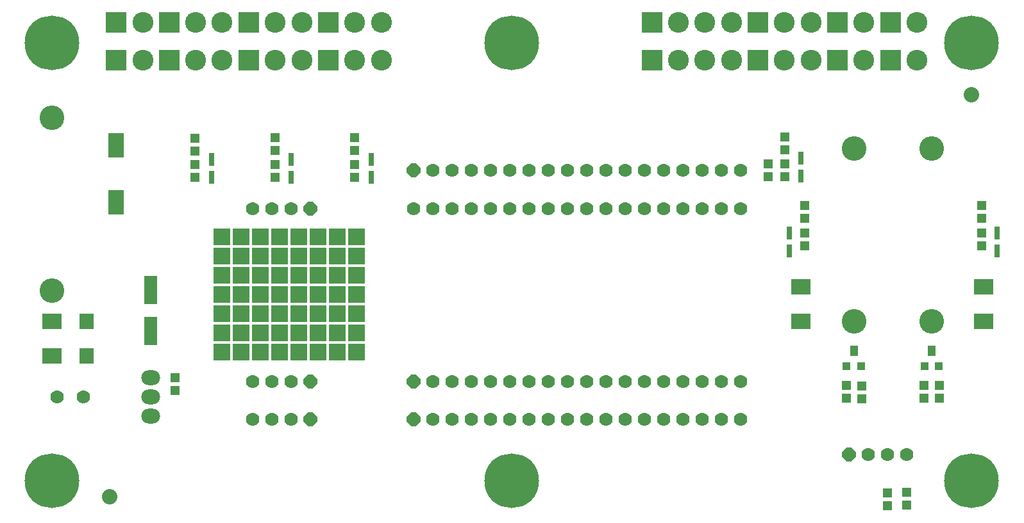
<source format=gts>
G04*
G04 #@! TF.GenerationSoftware,Altium Limited,Altium Designer,18.1.7 (191)*
G04*
G04 Layer_Color=8388736*
%FSLAX23Y23*%
%MOIN*%
G70*
G01*
G75*
%ADD18R,0.030X0.065*%
%ADD19R,0.047X0.051*%
%ADD20R,0.099X0.083*%
%ADD21R,0.074X0.083*%
%ADD22R,0.044X0.058*%
%ADD23R,0.044X0.044*%
%ADD24C,0.080*%
%ADD25R,0.079X0.126*%
%ADD26R,0.071X0.146*%
%ADD27R,0.088X0.088*%
%ADD28P,0.076X8X202.5*%
%ADD29C,0.070*%
%ADD30C,0.128*%
%ADD31C,0.108*%
%ADD32R,0.108X0.108*%
%ADD33C,0.284*%
%ADD34O,0.098X0.078*%
D18*
X24885Y6130D02*
D03*
Y6223D02*
D03*
X24470Y6130D02*
D03*
Y6223D02*
D03*
X27120Y6135D02*
D03*
Y6228D02*
D03*
X27060Y5840D02*
D03*
Y5747D02*
D03*
X28140Y5840D02*
D03*
Y5747D02*
D03*
X24055Y6223D02*
D03*
Y6130D02*
D03*
D19*
X24800Y6268D02*
D03*
Y6335D02*
D03*
X24385Y6268D02*
D03*
Y6335D02*
D03*
X27035Y6273D02*
D03*
Y6340D02*
D03*
X23865Y5085D02*
D03*
Y5018D02*
D03*
X27840Y4978D02*
D03*
Y5045D02*
D03*
X27435Y4977D02*
D03*
Y5043D02*
D03*
X28060Y5840D02*
D03*
Y5773D02*
D03*
X27140Y5982D02*
D03*
Y5915D02*
D03*
X27355Y5047D02*
D03*
Y4980D02*
D03*
X28060Y5982D02*
D03*
Y5915D02*
D03*
X27760Y5045D02*
D03*
Y4978D02*
D03*
X27570Y4487D02*
D03*
Y4420D02*
D03*
X27670Y4488D02*
D03*
Y4422D02*
D03*
X27140Y5840D02*
D03*
Y5773D02*
D03*
X26950Y6133D02*
D03*
Y6200D02*
D03*
X23970Y6333D02*
D03*
Y6267D02*
D03*
X24800Y6128D02*
D03*
Y6195D02*
D03*
X24385Y6128D02*
D03*
Y6195D02*
D03*
X23970Y6128D02*
D03*
Y6195D02*
D03*
X27035Y6133D02*
D03*
Y6200D02*
D03*
D20*
X23225Y5380D02*
D03*
Y5199D02*
D03*
X28070Y5561D02*
D03*
Y5380D02*
D03*
X27120Y5561D02*
D03*
Y5380D02*
D03*
D21*
X23405D02*
D03*
Y5199D02*
D03*
D22*
X27800Y5225D02*
D03*
X27395D02*
D03*
D23*
X27837Y5145D02*
D03*
X27762D02*
D03*
X27357D02*
D03*
X27432D02*
D03*
D24*
X23525Y4465D02*
D03*
X28005Y6560D02*
D03*
D25*
X23560Y6295D02*
D03*
Y6000D02*
D03*
D26*
X23740Y5330D02*
D03*
Y5543D02*
D03*
D27*
X24110Y5821D02*
D03*
X24210D02*
D03*
X24310D02*
D03*
X24410D02*
D03*
Y5721D02*
D03*
X24310D02*
D03*
X24210D02*
D03*
X24110D02*
D03*
X24410Y5621D02*
D03*
X24310D02*
D03*
X24210D02*
D03*
X24110D02*
D03*
X24410Y5521D02*
D03*
X24310D02*
D03*
X24210D02*
D03*
X24110D02*
D03*
X24410Y5421D02*
D03*
X24310D02*
D03*
X24210D02*
D03*
X24110D02*
D03*
X24410Y5321D02*
D03*
X24310D02*
D03*
X24210D02*
D03*
X24110D02*
D03*
X24410Y5220D02*
D03*
X24310D02*
D03*
X24210D02*
D03*
X24110D02*
D03*
X24510D02*
D03*
X24610D02*
D03*
X24710D02*
D03*
X24810D02*
D03*
X24510Y5321D02*
D03*
X24610D02*
D03*
X24710D02*
D03*
X24810D02*
D03*
X24510Y5421D02*
D03*
X24610D02*
D03*
X24710D02*
D03*
X24810D02*
D03*
X24510Y5521D02*
D03*
X24610D02*
D03*
X24710D02*
D03*
X24810D02*
D03*
X24510Y5621D02*
D03*
X24610D02*
D03*
X24710D02*
D03*
X24810D02*
D03*
X24510Y5721D02*
D03*
X24610D02*
D03*
X24710D02*
D03*
X24810D02*
D03*
Y5821D02*
D03*
X24710D02*
D03*
X24610D02*
D03*
X24510D02*
D03*
D28*
X24570Y5965D02*
D03*
Y5065D02*
D03*
Y4870D02*
D03*
X25105D02*
D03*
Y6165D02*
D03*
X27370Y4685D02*
D03*
X25105Y5065D02*
D03*
D29*
X24470Y5965D02*
D03*
X24370D02*
D03*
X24270D02*
D03*
X24470Y5065D02*
D03*
X24370D02*
D03*
X24270D02*
D03*
X24470Y4870D02*
D03*
X24370D02*
D03*
X24270D02*
D03*
X25205D02*
D03*
X25305D02*
D03*
X25405D02*
D03*
X25505D02*
D03*
X25605D02*
D03*
X25705D02*
D03*
X25805D02*
D03*
X25905D02*
D03*
X26005D02*
D03*
X26105D02*
D03*
X26205D02*
D03*
X26305D02*
D03*
X26405D02*
D03*
X26505D02*
D03*
X26605D02*
D03*
X26705D02*
D03*
X26805D02*
D03*
X25205Y6165D02*
D03*
X25305D02*
D03*
X25405D02*
D03*
X25505D02*
D03*
X25605D02*
D03*
X25705D02*
D03*
X25805D02*
D03*
X25905D02*
D03*
X26005D02*
D03*
X26105D02*
D03*
X26205D02*
D03*
X26305D02*
D03*
X26405D02*
D03*
X26505D02*
D03*
X26605D02*
D03*
X26705D02*
D03*
X26805D02*
D03*
X27670Y4685D02*
D03*
X27570D02*
D03*
X27470D02*
D03*
X26505Y5965D02*
D03*
X26405D02*
D03*
X26305D02*
D03*
X26205D02*
D03*
X26105D02*
D03*
X26005D02*
D03*
X25905D02*
D03*
X25805D02*
D03*
X25205D02*
D03*
X25305D02*
D03*
X25405D02*
D03*
X25505D02*
D03*
X25605D02*
D03*
X25705D02*
D03*
X26605D02*
D03*
X26705D02*
D03*
X26805D02*
D03*
Y5065D02*
D03*
X26705D02*
D03*
X26605D02*
D03*
X25705D02*
D03*
X25605D02*
D03*
X25505D02*
D03*
X25405D02*
D03*
X25305D02*
D03*
X25205D02*
D03*
X25805D02*
D03*
X25905D02*
D03*
X26005D02*
D03*
X26105D02*
D03*
X26205D02*
D03*
X26305D02*
D03*
X26405D02*
D03*
X26505D02*
D03*
X25105Y5965D02*
D03*
X23252Y4985D02*
D03*
X23390D02*
D03*
D30*
X27395Y5380D02*
D03*
Y6280D02*
D03*
X27800Y5380D02*
D03*
Y6280D02*
D03*
X23225Y6440D02*
D03*
Y5540D02*
D03*
D31*
X27723Y6935D02*
D03*
Y6738D02*
D03*
X27447Y6935D02*
D03*
Y6738D02*
D03*
X26483Y6935D02*
D03*
X26621D02*
D03*
Y6738D02*
D03*
X26483D02*
D03*
X26758D02*
D03*
Y6935D02*
D03*
X23698D02*
D03*
Y6738D02*
D03*
X27034D02*
D03*
X27172D02*
D03*
Y6935D02*
D03*
X27034D02*
D03*
X24800Y6738D02*
D03*
X24938D02*
D03*
Y6935D02*
D03*
X24800D02*
D03*
X24387Y6738D02*
D03*
X24525D02*
D03*
Y6935D02*
D03*
X24387D02*
D03*
X23973Y6738D02*
D03*
X24111D02*
D03*
Y6935D02*
D03*
X23973D02*
D03*
D32*
X27585D02*
D03*
Y6738D02*
D03*
X27310Y6935D02*
D03*
Y6738D02*
D03*
X26345Y6935D02*
D03*
Y6738D02*
D03*
X23560Y6935D02*
D03*
Y6738D02*
D03*
X26896D02*
D03*
Y6935D02*
D03*
X24662Y6738D02*
D03*
Y6935D02*
D03*
X24249Y6738D02*
D03*
Y6935D02*
D03*
X23836Y6738D02*
D03*
Y6935D02*
D03*
D33*
X25615Y6830D02*
D03*
X28005Y4550D02*
D03*
Y6830D02*
D03*
X25615Y4550D02*
D03*
X23225D02*
D03*
Y6830D02*
D03*
D34*
X23740Y4985D02*
D03*
Y4885D02*
D03*
Y5085D02*
D03*
M02*

</source>
